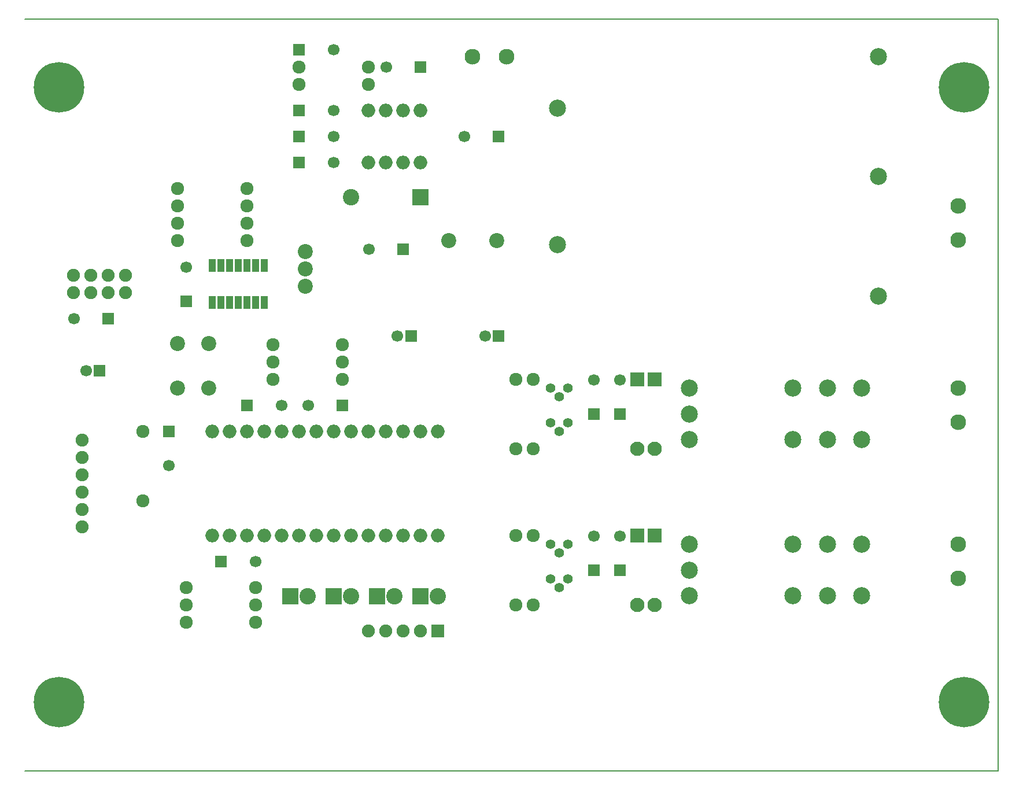
<source format=gbr>
G04 #@! TF.FileFunction,Soldermask,Top*
%FSLAX46Y46*%
G04 Gerber Fmt 4.6, Leading zero omitted, Abs format (unit mm)*
G04 Created by KiCad (PCBNEW 4.0.2+dfsg1-stable) date Wed 05 Apr 2017 10:48:54 PM CEST*
%MOMM*%
G01*
G04 APERTURE LIST*
%ADD10C,0.100000*%
%ADD11C,0.150000*%
%ADD12R,1.700000X1.700000*%
%ADD13C,1.700000*%
%ADD14C,2.398980*%
%ADD15R,2.398980X2.398980*%
%ADD16R,2.400000X2.400000*%
%ADD17C,2.400000*%
%ADD18C,2.099260*%
%ADD19R,2.099260X2.099260*%
%ADD20C,2.200000*%
%ADD21C,1.400760*%
%ADD22C,1.924000*%
%ADD23R,1.900000X1.900000*%
%ADD24C,1.900000*%
%ADD25C,2.500000*%
%ADD26O,2.000000X2.000000*%
%ADD27C,2.300000*%
%ADD28R,1.000000X1.900000*%
%ADD29C,7.400000*%
G04 APERTURE END LIST*
D10*
D11*
X57000000Y-50000000D02*
G75*
G03X57000000Y-50000000I-2000000J0D01*
G01*
X189500000Y-50000000D02*
G75*
G03X189500000Y-50000000I-2000000J0D01*
G01*
X189500000Y-140000000D02*
G75*
G03X189500000Y-140000000I-2000000J0D01*
G01*
X57000000Y-140000000D02*
G75*
G03X57000000Y-140000000I-2000000J0D01*
G01*
X50000000Y-150000000D02*
X192500000Y-150000000D01*
X192500000Y-40000000D02*
X50000000Y-40000000D01*
X192500000Y-48000000D02*
X192500000Y-150000000D01*
X192500000Y-40000000D02*
X192500000Y-48000000D01*
D12*
X119380000Y-57150000D03*
D13*
X114380000Y-57150000D03*
D12*
X90170000Y-53340000D03*
D13*
X95170000Y-53340000D03*
D12*
X62230000Y-83820000D03*
D13*
X57230000Y-83820000D03*
D12*
X90170000Y-57150000D03*
D13*
X95170000Y-57150000D03*
D12*
X60960000Y-91440000D03*
D13*
X58960000Y-91440000D03*
D12*
X90170000Y-60960000D03*
D13*
X95170000Y-60960000D03*
D12*
X90170000Y-44450000D03*
D13*
X95170000Y-44450000D03*
D12*
X107950000Y-46990000D03*
D13*
X102950000Y-46990000D03*
D12*
X105410000Y-73660000D03*
D13*
X100410000Y-73660000D03*
D12*
X96520000Y-96520000D03*
D13*
X91520000Y-96520000D03*
D12*
X73660000Y-81280000D03*
D13*
X73660000Y-76280000D03*
D12*
X82550000Y-96520000D03*
D13*
X87550000Y-96520000D03*
D12*
X106553000Y-86360000D03*
D13*
X104553000Y-86360000D03*
D12*
X119380000Y-86360000D03*
D13*
X117380000Y-86360000D03*
D12*
X137160000Y-97790000D03*
D13*
X137160000Y-92790000D03*
D12*
X78740000Y-119380000D03*
D13*
X83740000Y-119380000D03*
D12*
X71120000Y-100330000D03*
D13*
X71120000Y-105330000D03*
D12*
X133350000Y-97790000D03*
D13*
X133350000Y-92790000D03*
D12*
X137160000Y-120650000D03*
D13*
X137160000Y-115650000D03*
D12*
X133350000Y-120650000D03*
D13*
X133350000Y-115650000D03*
D14*
X97790000Y-66042540D03*
D15*
X107950000Y-66042540D03*
D16*
X107950000Y-124460000D03*
D17*
X110490000Y-124460000D03*
D16*
X101600000Y-124460000D03*
D17*
X104140000Y-124460000D03*
D16*
X95250000Y-124460000D03*
D17*
X97790000Y-124460000D03*
D16*
X88900000Y-124460000D03*
D17*
X91440000Y-124460000D03*
D18*
X139702540Y-102870520D03*
D19*
X139702540Y-92710520D03*
D18*
X142242540Y-125730520D03*
D19*
X142242540Y-115570520D03*
D18*
X139702540Y-125730520D03*
D19*
X139702540Y-115570520D03*
D20*
X119070000Y-72390000D03*
X112070000Y-72390000D03*
D21*
X128270000Y-95250000D03*
X127000000Y-93980000D03*
X129540000Y-93980000D03*
X128270000Y-100330000D03*
X127000000Y-99060000D03*
X129540000Y-99060000D03*
X128270000Y-118110000D03*
X127000000Y-116840000D03*
X129540000Y-116840000D03*
X128270000Y-123190000D03*
X127000000Y-121920000D03*
X129540000Y-121920000D03*
D22*
X90170000Y-46990000D03*
X100330000Y-46990000D03*
X100330000Y-49530000D03*
X90170000Y-49530000D03*
X82550000Y-64770000D03*
X72390000Y-64770000D03*
X72390000Y-72390000D03*
X82550000Y-72390000D03*
X82550000Y-67310000D03*
X72390000Y-67310000D03*
X86360000Y-87630000D03*
X96520000Y-87630000D03*
X96520000Y-90170000D03*
X86360000Y-90170000D03*
X82550000Y-69850000D03*
X72390000Y-69850000D03*
X96520000Y-92710000D03*
X86360000Y-92710000D03*
X124460000Y-92710000D03*
X124460000Y-102870000D03*
D23*
X110490000Y-129540000D03*
D24*
X107950000Y-129540000D03*
X105410000Y-129540000D03*
X102870000Y-129540000D03*
X100330000Y-129540000D03*
D25*
X147320000Y-93980000D03*
X147320000Y-97760000D03*
X147320000Y-101540000D03*
X162440000Y-101540000D03*
X167480000Y-101540000D03*
X172520000Y-101540000D03*
X172520000Y-93980000D03*
X167480000Y-93980000D03*
X162440000Y-93980000D03*
D22*
X121920000Y-92710000D03*
X121920000Y-102870000D03*
X73660000Y-123190000D03*
X83820000Y-123190000D03*
X73660000Y-128270000D03*
X83820000Y-128270000D03*
X67310000Y-100330000D03*
X67310000Y-110490000D03*
X124460000Y-115570000D03*
X124460000Y-125730000D03*
D25*
X147320000Y-116840000D03*
X147320000Y-120620000D03*
X147320000Y-124400000D03*
X162440000Y-124400000D03*
X167480000Y-124400000D03*
X172520000Y-124400000D03*
X172520000Y-116840000D03*
X167480000Y-116840000D03*
X162440000Y-116840000D03*
D22*
X121920000Y-115570000D03*
X121920000Y-125730000D03*
X73660000Y-125730000D03*
X83820000Y-125730000D03*
D20*
X91059000Y-76581000D03*
X91059000Y-79121000D03*
X91059000Y-74041000D03*
X72390000Y-93980000D03*
X76890000Y-93980000D03*
X72390000Y-87480000D03*
X76890000Y-87480000D03*
D24*
X58420000Y-101600000D03*
X58420000Y-104140000D03*
X58420000Y-106680000D03*
X58420000Y-109220000D03*
X58420000Y-111760000D03*
X58420000Y-114300000D03*
X57150000Y-77470000D03*
X64770000Y-80010000D03*
X57150000Y-80010000D03*
X64770000Y-77470000D03*
X59690000Y-77470000D03*
X62230000Y-80010000D03*
X59690000Y-80010000D03*
X62230000Y-77470000D03*
D26*
X100330000Y-60960000D03*
X102870000Y-60960000D03*
X105410000Y-60960000D03*
X107950000Y-60960000D03*
X107950000Y-53340000D03*
X105410000Y-53340000D03*
X102870000Y-53340000D03*
X100330000Y-53340000D03*
X77470000Y-115570000D03*
X80010000Y-115570000D03*
X82550000Y-115570000D03*
X85090000Y-115570000D03*
X87630000Y-115570000D03*
X90170000Y-115570000D03*
X92710000Y-115570000D03*
X95250000Y-115570000D03*
X97790000Y-115570000D03*
X100330000Y-115570000D03*
X102870000Y-115570000D03*
X105410000Y-115570000D03*
X107950000Y-115570000D03*
X110490000Y-115570000D03*
X110490000Y-100330000D03*
X107950000Y-100330000D03*
X105410000Y-100330000D03*
X102870000Y-100330000D03*
X100330000Y-100330000D03*
X97790000Y-100330000D03*
X95250000Y-100330000D03*
X92710000Y-100330000D03*
X90170000Y-100330000D03*
X87630000Y-100330000D03*
X85090000Y-100330000D03*
X82550000Y-100330000D03*
X80010000Y-100330000D03*
X77470000Y-100330000D03*
D25*
X175000000Y-45500000D03*
X175000000Y-63000000D03*
X128000000Y-53000000D03*
X128000000Y-73000000D03*
X175000000Y-80500000D03*
D27*
X186690000Y-67350000D03*
X186690000Y-72350000D03*
X186690000Y-94020000D03*
X186690000Y-99020000D03*
X186690000Y-116880000D03*
X186690000Y-121880000D03*
X120500000Y-45500000D03*
X115500000Y-45500000D03*
D28*
X85090000Y-76040000D03*
X83820000Y-76040000D03*
X82550000Y-76040000D03*
X81280000Y-76040000D03*
X80010000Y-76040000D03*
X78740000Y-76040000D03*
X77470000Y-76040000D03*
X77470000Y-81440000D03*
X78740000Y-81440000D03*
X80010000Y-81440000D03*
X81280000Y-81440000D03*
X82550000Y-81440000D03*
X83820000Y-81440000D03*
X85090000Y-81440000D03*
D18*
X142242540Y-102870520D03*
D19*
X142242540Y-92710520D03*
D29*
X55000000Y-140000000D03*
X187500000Y-140000000D03*
X187500000Y-50000000D03*
X55000000Y-50000000D03*
M02*

</source>
